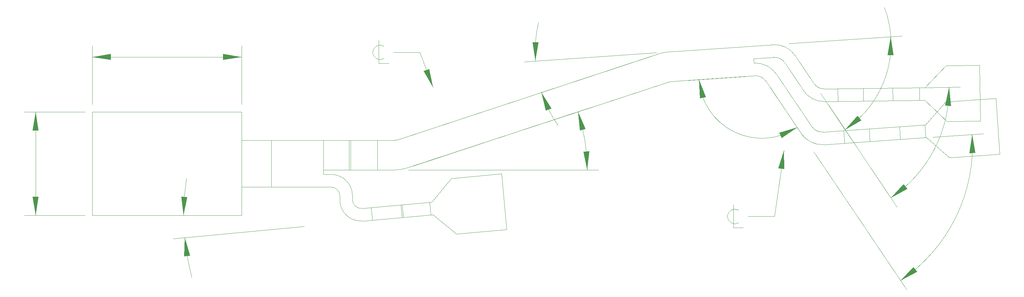
<source format=gbr>
*
G4_C Author: OrCAD GerbTool(tm) 8.1.1 Wed Jun 18 20:29:14 2003*
%LPD*%
%FSLAX34Y34*%
%MOIN*%
%AD*%
%ADD10R,0.050000X0.050000*%
%ADD11C,0.006000*%
%ADD12C,0.019000*%
%ADD13C,0.007900*%
%ADD14C,0.005000*%
%ADD15C,0.000800*%
%ADD16R,0.070000X0.025000*%
%ADD17R,0.068000X0.023000*%
%ADD18C,0.006000*%
%ADD19C,0.009800*%
%ADD20C,0.010000*%
%ADD21C,0.030000*%
%ADD22C,0.060000*%
%ADD23C,0.035000*%
%ADD24C,0.055000*%
%ADD25C,0.010000*%
%ADD26C,0.015000*%
%ADD27C,0.020000*%
%ADD28C,0.005920*%
%ADD29C,0.207760*%
%ADD30C,0.062980*%
%ADD55C,0.001000*%
G4_C OrCAD GerbTool Tool List *
G54D55*
G1X-788Y10945D2*
G1X-7164Y10945D1*
G1X-788Y0D2*
G1X-7164Y0D1*
G1X-5983Y10945D2*
G1X-5983Y5472D1*
G1X-5983Y0D1*
G36*
G54D55*
G1X-5668Y8976D2*
G1X-5983Y10945D1*
G1X-6298Y8976D1*
G1X-5668Y8976D1*
G54D55*
G1X-6298Y1968D2*
G1X-5983Y0D1*
G1X-5668Y1968D1*
G1X-6298Y1968D1*
G37*
G1X15748Y11732D2*
G1X15748Y17927D1*
G1X0Y11732D2*
G1X0Y17927D1*
G1X15748Y16746D2*
G1X7874Y16746D1*
G1X0Y16746D1*
G36*
G54D55*
G1X13779Y16431D2*
G1X15748Y16746D1*
G1X13779Y17061D1*
G1X13779Y16431D1*
G54D55*
G1X1968Y17061D2*
G1X0Y16746D1*
G1X1968Y16431D1*
G1X1968Y17061D1*
G37*
G1X14960Y0D2*
G1X8458Y0D1*
G1X22350Y-1173D2*
G1X8571Y-2451D1*
G1X9944Y3921D2*
G75*
G3X9639Y0I25045J-3921D1*
G74*
G1X9747Y-2342D2*
G75*
G3X10497Y-6540I25241J2342D1*
G74*
G36*
G54D55*
G1X9639Y0D2*
G1X9400Y1979D1*
G1X10030Y1955D1*
G1X9639Y0D1*
G54D55*
G1X9747Y-2342D2*
G1X10317Y-4252D1*
G1X9693Y-4335D1*
G1X9747Y-2342D1*
G37*
G1X33345Y4803D2*
G1X53415Y4803D1*
G1X33887Y5241D2*
G1X52368Y11329D1*
G1X52234Y4803D2*
G75*
G3X51985Y7921I-19677J0D1*
G3X51246Y10960I-19428J-3118D1*
G74*
G36*
G54D55*
G1X52234Y4803D2*
G1X51821Y6753D1*
G1X52450Y6785D1*
G1X52234Y4803D1*
G54D55*
G1X51246Y10960D2*
G1X52071Y9145D1*
G1X51464Y8978D1*
G1X51246Y10960D1*
G37*
G1X59526Y17208D2*
G1X45578Y16254D1*
G1X58892Y16795D2*
G1X46285Y12642D1*
G1X47089Y20386D2*
G75*
G3X46757Y16334I13223J-3123D1*
G74*
G1X47407Y13011D2*
G75*
G3X49160Y9501I12905J4251D1*
G74*
G36*
G54D55*
G1X46757Y16334D2*
G1X46450Y18304D1*
G1X47080Y18302D1*
G1X46757Y16334D1*
G54D55*
G1X47407Y13011D2*
G1X48448Y11311D1*
G1X47865Y11071D1*
G1X47407Y13011D1*
G37*
G1X69132Y14709D2*
G1X62842Y14278D1*
G1X71523Y13540D2*
G1X75046Y8311D1*
G1X64020Y14359D2*
G75*
G3X67739Y8831I6644J455D1*
G3X74386Y9291I2925J5983D1*
G74*
G36*
G54D55*
G1X64020Y14359D2*
G1X64750Y12504D1*
G1X64135Y12369D1*
G1X64020Y14359D1*
G54D55*
G1X74386Y9291D2*
G1X72745Y8159D1*
G1X72474Y8727D1*
G1X74386Y9291D1*
G37*
G1X76112Y6730D2*
G1X85953Y-7875D1*
G1X88688Y8273D2*
G1X94027Y8639D1*
G1X85293Y-6896D2*
G75*
G3X91139Y-180I-9621J14278D1*
G3X92849Y8558I-15467J7563D1*
G74*
G36*
G54D55*
G1X85293Y-6896D2*
G1X86669Y-5453D1*
G1X87050Y-5955D1*
G1X85293Y-6896D1*
G54D55*
G1X92849Y8558D2*
G1X93186Y6593D1*
G1X92556Y6586D1*
G1X92849Y8558D1*
G37*
G1X77710Y11628D2*
G1X84917Y860D1*
G1X87906Y13521D2*
G1X91592Y13573D1*
G1X84260Y1841D2*
G75*
G3X88824Y6918I-7711J11521D1*
G3X90411Y13556I-12275J6445D1*
G74*
G36*
G54D55*
G1X84260Y1841D2*
G1X85621Y3298D1*
G1X86008Y2801D1*
G1X84260Y1841D1*
G54D55*
G1X90411Y13556D2*
G1X90614Y11573D1*
G1X89985Y11609D1*
G1X90411Y13556D1*
G37*
G1X76846Y12919D2*
G1X80091Y8071D1*
G1X73521Y18166D2*
G1X85447Y18983D1*
G1X79434Y9053D2*
G75*
G3X83591Y22015I-6091J9101D1*
G74*
G36*
G54D55*
G1X79434Y9053D2*
G1X80767Y10535D1*
G1X81163Y10045D1*
G1X79434Y9053D1*
G54D55*
G1X84268Y18902D2*
G1X84541Y16927D1*
G1X83911Y16941D1*
G1X84268Y18902D1*
G54D55*
G1X35948Y13524D2*
G1X34966Y15259D1*
G1X35556Y15479D1*
G1X35948Y13524D1*
G37*
G1X30753Y17911D2*
G1X30360Y18043D1*
G1X29966Y17911D1*
G1X29704Y17649D1*
G1X29572Y17255D1*
G1X29704Y16861D1*
G1X29966Y16599D1*
G1X30360Y16468D1*
G1X30753Y16599D1*
G1X30228Y18502D2*
G1X30228Y16074D1*
G1X31278Y16074D1*
G36*
G54D55*
G1X72989Y6886D2*
G1X73020Y4893D1*
G1X72396Y4983D1*
G1X72989Y6886D1*
G37*
G1X68176Y556D2*
G1X67782Y687D1*
G1X67388Y556D1*
G1X67126Y293D1*
G1X66994Y-101D1*
G1X67126Y-494D1*
G1X67388Y-757D1*
G1X67782Y-888D1*
G1X68176Y-757D1*
G1X67651Y1146D2*
G1X67651Y-1282D1*
G1X68700Y-1282D1*
G1X34559Y17255D2*
G1X31803Y17255D1*
G1X35948Y13524D2*
G1X34559Y17255D1*
G1X0Y10945D2*
G1X0Y0D1*
G1X38427Y-1974D2*
G1X35943Y88D1*
G1X29433Y829D2*
G1X29556Y-504D1*
G1X32566Y1119D2*
G1X32689Y-213D1*
G1X32689Y1131D2*
G1X32812Y-202D1*
G1X15748Y10945D2*
G1X15748Y7953D1*
G1X15748Y2992D1*
G1X15748Y0D1*
G1X18889Y7953D2*
G1X18889Y2992D1*
G1X24401Y7953D2*
G1X24401Y4803D1*
G1X24401Y4331D1*
G1X71981Y-101D2*
G1X69225Y-101D1*
G1X15748Y0D2*
G1X0Y0D1*
G1X25210Y2992D2*
G1X15748Y2992D1*
G1X35603Y1401D2*
G1X35727Y68D1*
G1X43719Y-1484D2*
G1X43174Y4397D1*
G1X26122Y1608D2*
G1X26115Y2099D1*
G1X27461Y1627D2*
G1X27454Y2118D1*
G1X27078Y7953D2*
G1X27078Y4803D1*
G1X27256Y7953D2*
G1X27256Y4803D1*
G1X30088Y7953D2*
G1X30088Y4803D1*
G1X43719Y-1484D2*
G1X38427Y-1974D1*
G1X35943Y88D2*
G1X28573Y-595D1*
G1X35819Y1421D2*
G1X28450Y738D1*
G1X37882Y3906D2*
G1X43174Y4397D1*
G1X95764Y6469D2*
G1X90462Y6106D1*
G1X88028Y8228D2*
G1X77190Y7486D1*
G1X87936Y9564D2*
G1X77098Y8822D1*
G1X90059Y11998D2*
G1X95361Y12361D1*
G1X90179Y9931D2*
G1X93722Y9980D1*
G1X87864Y12182D2*
G1X77273Y12034D1*
G1X87846Y13521D2*
G1X77254Y13373D1*
G1X25210Y4331D2*
G1X24401Y4331D1*
G1X31945Y4803D2*
G1X24401Y4803D1*
G1X31945Y7953D2*
G1X15748Y7953D1*
G1X15748Y10945D2*
G1X0Y10945D1*
G1X90462Y6106D2*
G1X88028Y8228D1*
G1X74822Y8644D2*
G1X71083Y14193D1*
G1X75932Y9392D2*
G1X72193Y14941D1*
G1X69917Y14763D2*
G1X61232Y14168D1*
G1X71910Y16714D2*
G1X69794Y16569D1*
G1X71819Y18050D2*
G1X61017Y17311D1*
G1X93640Y15885D2*
G1X90097Y15836D1*
G1X87864Y12182D2*
G1X90179Y9931D1*
G1X75044Y13205D2*
G1X73079Y16141D1*
G1X76157Y13949D2*
G1X74191Y16885D1*
G1X69794Y16569D2*
G1X69826Y16098D1*
G1X79304Y8973D2*
G1X79396Y7637D1*
G1X81976Y9156D2*
G1X82067Y7820D1*
G1X85181Y9375D2*
G1X85272Y8040D1*
G1X87852Y9558D2*
G1X87943Y8222D1*
G1X78666Y13392D2*
G1X78684Y12054D1*
G1X81343Y13430D2*
G1X81362Y12091D1*
G1X95361Y12361D2*
G1X95764Y6469D1*
G1X84457Y13473D2*
G1X84475Y12135D1*
G1X87289Y13513D2*
G1X87307Y12174D1*
G1X93722Y9980D2*
G1X93640Y15885D1*
G1X72989Y6886D2*
G1X71981Y-101D1*
G1X35819Y1421D2*
G1X37882Y3906D1*
G1X87936Y9564D2*
G1X90059Y11998D1*
G1X90097Y15836D2*
G1X87846Y13521D1*
G1X59640Y17041D2*
G1X32154Y7986D1*
G1X60625Y14050D2*
G1X33139Y4995D1*
G1X27461Y1627D2*
G75*
G3X28450Y738I905J12D1*
G74*
G1X27454Y2118D2*
G75*
G3X25210Y4331I-2244J-31D1*
G74*
G1X26122Y1608D2*
G75*
G3X28573Y-595I2244J31D1*
G74*
G1X26115Y2099D2*
G75*
G3X25210Y2992I-905J-12D1*
G74*
G1X61017Y17311D2*
G75*
G3X59640Y17041I384J-5617D1*
G74*
G1X31945Y7953D2*
G75*
G3X32154Y7986I0J669D1*
G74*
G1X75932Y9392D2*
G75*
G3X77098Y8822I1077J726D1*
G74*
G1X72193Y14941D2*
G75*
G3X69826Y16098I-2188J-1474D1*
G74*
G1X76157Y13949D2*
G75*
G3X77254Y13373I1080J723D1*
G74*
G1X74191Y16885D2*
G75*
G3X71819Y18050I-2192J-1467D1*
G74*
G1X75044Y13205D2*
G75*
G3X77273Y12034I2192J1467D1*
G74*
G1X73079Y16141D2*
G75*
G3X71910Y16714I-1080J-723D1*
G74*
G1X31945Y4803D2*
G75*
G3X33139Y4995I0J3819D1*
G74*
G1X74822Y8644D2*
G75*
G3X77190Y7486I2188J1474D1*
G74*
G1X71083Y14193D2*
G75*
G3X69917Y14763I-1077J-726D1*
G74*
G1X61232Y14168D2*
G75*
G3X60625Y14050I169J-2475D1*
G74*
M2*

</source>
